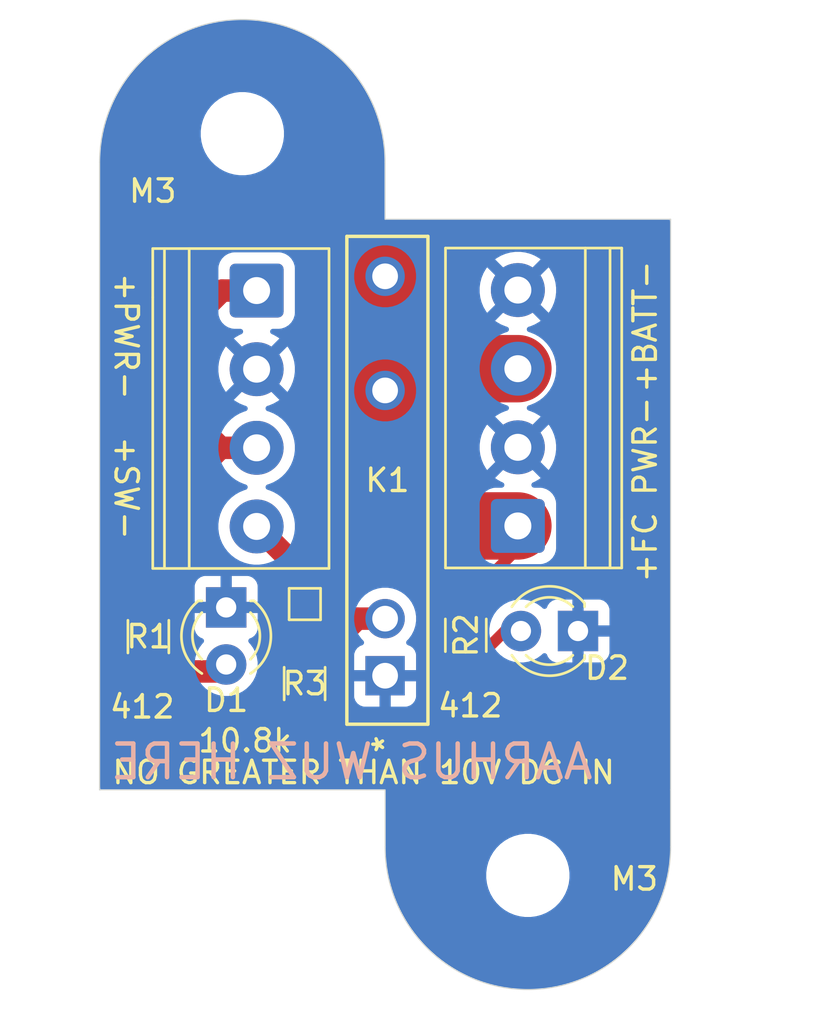
<source format=kicad_pcb>
(kicad_pcb (version 20241229) (generator "pcbnew") (generator_version "9.0")
  (layers (0 "F.Cu" signal) (2 "B.Cu" power) (13 "F.Paste" user) (15 "B.Paste" user) (5 "F.SilkS" user "F.Silkscreen") (7 "B.SilkS" user "B.Silkscreen") (1 "F.Mask" user) (3 "B.Mask" user) (25 "Edge.Cuts" user))
  (net 0 "")
  (net 1 "GND")
  (net 2 "Net-(D1-A)")
  (net 3 "Net-(D2-A)")
  (net 4 "FC_PWR_OUT")
  (net 5 "PWR_IN")
  (net 6 "SW_IN")
  (net 7 "Net-(K1-Pad2)")
  (net 8 "FC_PWR_IN")
  (footprint "CPC1705Y:CPC1705Y_IXY" (layer "F.Cu") (at 38.1 45.72 90)
    (property "Reference" "K1" (at 8.6995 0.1016 0) (layer "F.SilkS"))
    (property "Value" "CPC1705Y")
    (fp_line (start 19.558 -1.7018) (end -2.159 -1.7018) (stroke (width 0.1524)) (layer "F.SilkS"))
    (fp_line (start -2.159 -1.7018) (end -2.159 1.905) (stroke (width 0.1524)) (layer "F.SilkS"))
    (fp_line (start 19.558 1.905) (end 19.558 -1.7018) (stroke (width 0.1524)) (layer "F.SilkS"))
    (fp_line (start -2.159 1.905) (end 19.558 1.905) (stroke (width 0.1524)) (layer "F.SilkS"))
    (fp_text user "*" (at -3.048 0 90) (layer "F.SilkS"))
    (fp_text user "*" (at -3.048 0 90) (layer "F.SilkS"))
    (pad "1" thru_hole rect (at 0 0 90) (size 1.7526 1.7526) (drill 1.143) (layers "*.Cu" "*.Mask") (net 1 "GND"))
    (pad "2" thru_hole circle (at 2.54 0 90) (size 1.7526 1.7526) (drill 1.143) (layers "*.Cu" "*.Mask") (net 7 "Net-(K1-Pad2)"))
    (pad "3" thru_hole circle (at 12.7 0 90) (size 1.7526 1.7526) (drill 1.143) (layers "*.Cu" "*.Mask") (net 4 "FC_PWR_OUT"))
    (pad "4" thru_hole circle (at 17.78 0 90) (size 1.7526 1.7526) (drill 1.143) (layers "*.Cu" "*.Mask") (net 8 "FC_PWR_IN"))
  )
  (footprint "LED_THT:LED_D3.0mm" (layer "F.Cu") (at 46.68 43.73 180)
    (property "Reference" "D2" (at -1.29 -1.65 180) (layer "F.SilkS"))
    (property "Value" "LED")
    (fp_line (start -0.29 1.08) (end -0.29 1.236) (stroke (width 0.12)) (layer "F.SilkS"))
    (fp_line (start -0.29 -1.236) (end -0.29 -1.08) (stroke (width 0.12)) (layer "F.SilkS"))
    (fp_arc (start 2.941437 1.08) (mid 1.36566 1.987699) (end -0.29 1.235516) (stroke (width 0.12)) (layer "F.SilkS"))
    (fp_arc (start 2.310961 1.08) (mid 1.27 1.5) (end 0.229039 1.08) (stroke (width 0.12)) (layer "F.SilkS"))
    (fp_arc (start 0.229039 -1.08) (mid 1.27 -1.5) (end 2.310961 -1.08) (stroke (width 0.12)) (layer "F.SilkS"))
    (fp_arc (start -0.29 -1.235516) (mid 1.36566 -1.987699) (end 2.941437 -1.08) (stroke (width 0.12)) (layer "F.SilkS"))
    (pad "1" thru_hole rect (at 0 0 180) (size 1.8 1.8) (drill 0.9) (layers "*.Cu" "*.Mask") (net 1 "GND"))
    (pad "2" thru_hole circle (at 2.54 0 180) (size 1.8 1.8) (drill 0.9) (layers "*.Cu" "*.Mask") (net 3 "Net-(D2-A)"))
  )
  (footprint "TerminalBlock_Phoenix:TerminalBlock_Phoenix_PT-1,5-4-3.5-H_1x04_P3.50mm_Horizontal" (layer "F.Cu") (at 44.0055 39.0525 90)
    (property "Reference" "J2" (hide yes))
    (property "Value" "PWR_OUT")
    (fp_line (start 12.37 -3.22) (end 12.37 4.62) (stroke (width 0.12)) (layer "F.SilkS"))
    (fp_line (start -1.87 -3.22) (end 12.37 -3.22) (stroke (width 0.12)) (layer "F.SilkS"))
    (fp_line (start -1.87 3) (end 12.37 3) (stroke (width 0.12)) (layer "F.SilkS"))
    (fp_line (start -1.87 4.1) (end 12.37 4.1) (stroke (width 0.12)) (layer "F.SilkS"))
    (fp_line (start 12.37 4.62) (end 0.3 4.62) (stroke (width 0.12)) (layer "F.SilkS"))
    (fp_line (start 0.3 4.62) (end -1.87 4.62) (stroke (width 0.12)) (layer "F.SilkS"))
    (fp_line (start -1.87 4.62) (end -1.87 -3.22) (stroke (width 0.12)) (layer "F.SilkS"))
    (pad "1" thru_hole roundrect (at 0 0 90) (size 2.4 2.4) (drill 1.2) (layers "*.Cu" "*.Mask") (roundrect_rratio 0.104167) (net 4 "FC_PWR_OUT"))
    (pad "2" thru_hole circle (at 3.5 0 90) (size 2.4 2.4) (drill 1.2) (layers "*.Cu" "*.Mask") (net 1 "GND"))
    (pad "3" thru_hole circle (at 7 0 90) (size 2.4 2.4) (drill 1.2) (layers "*.Cu" "*.Mask") (net 8 "FC_PWR_IN"))
    (pad "4" thru_hole circle (at 10.5 0 90) (size 2.4 2.4) (drill 1.2) (layers "*.Cu" "*.Mask") (net 1 "GND"))
  )
  (footprint "Resistor_SMD:R_1206_3216Metric_Pad1.30x1.75mm_HandSolder" (layer "F.Cu") (at 41.69 43.92 -90)
    (property "Reference" "R2" (at 0 -0.01 90) (layer "F.SilkS"))
    (property "Value" "R")
    (fp_line (start -0.727064 0.91) (end 0.727064 0.91) (stroke (width 0.12)) (layer "F.SilkS"))
    (fp_line (start -0.727064 -0.91) (end 0.727064 -0.91) (stroke (width 0.12)) (layer "F.SilkS"))
    (pad "1" smd roundrect (at -1.55 0 270) (size 1.3 1.75) (layers "F.Cu" "F.Mask" "F.Paste") (roundrect_rratio 0.192308) (net 4 "FC_PWR_OUT"))
    (pad "2" smd roundrect (at 1.55 0 270) (size 1.3 1.75) (layers "F.Cu" "F.Mask" "F.Paste") (roundrect_rratio 0.192308) (net 3 "Net-(D2-A)"))
  )
  (footprint "TestPoint:TestPoint_Pad_1.0x1.0mm" (layer "F.Cu") (at 34.53 42.53)
    (property "Reference" "TP1" (hide yes))
    (property "Value" "SW_IN_TP")
    (fp_line (start -0.7 -0.7) (end 0.7 -0.7) (stroke (width 0.12)) (layer "F.SilkS"))
    (fp_line (start -0.7 0.7) (end -0.7 -0.7) (stroke (width 0.12)) (layer "F.SilkS"))
    (fp_line (start 0.7 -0.7) (end 0.7 0.7) (stroke (width 0.12)) (layer "F.SilkS"))
    (fp_line (start 0.7 0.7) (end -0.7 0.7) (stroke (width 0.12)) (layer "F.SilkS"))
    (pad "1" smd rect (at 0 0) (size 1 1) (layers "F.Cu" "F.Mask") (net 6 "SW_IN"))
  )
  (footprint "TerminalBlock_Phoenix:TerminalBlock_Phoenix_PT-1,5-4-3.5-H_1x04_P3.50mm_Horizontal" (layer "F.Cu") (at 32.385 28.575 -90)
    (property "Reference" "J1" (hide yes))
    (property "Value" "PWR_IN")
    (fp_line (start -1.87 4.62) (end -1.87 -3.22) (stroke (width 0.12)) (layer "F.SilkS"))
    (fp_line (start 0.3 4.62) (end -1.87 4.62) (stroke (width 0.12)) (layer "F.SilkS"))
    (fp_line (start 12.37 4.62) (end 0.3 4.62) (stroke (width 0.12)) (layer "F.SilkS"))
    (fp_line (start -1.87 4.1) (end 12.37 4.1) (stroke (width 0.12)) (layer "F.SilkS"))
    (fp_line (start -1.87 3) (end 12.37 3) (stroke (width 0.12)) (layer "F.SilkS"))
    (fp_line (start -1.87 -3.22) (end 12.37 -3.22) (stroke (width 0.12)) (layer "F.SilkS"))
    (fp_line (start 12.37 -3.22) (end 12.37 4.62) (stroke (width 0.12)) (layer "F.SilkS"))
    (pad "1" thru_hole roundrect (at 0 0 270) (size 2.4 2.4) (drill 1.2) (layers "*.Cu" "*.Mask") (roundrect_rratio 0.104167) (net 5 "PWR_IN"))
    (pad "2" thru_hole circle (at 3.5 0 270) (size 2.4 2.4) (drill 1.2) (layers "*.Cu" "*.Mask") (net 1 "GND"))
    (pad "3" thru_hole circle (at 7 0 270) (size 2.4 2.4) (drill 1.2) (layers "*.Cu" "*.Mask") (net 5 "PWR_IN"))
    (pad "4" thru_hole circle (at 10.5 0 270) (size 2.4 2.4) (drill 1.2) (layers "*.Cu" "*.Mask") (net 6 "SW_IN"))
  )
  (footprint "LED_THT:LED_D3.0mm" (layer "F.Cu") (at 31.03 42.68 -90)
    (property "Reference" "D1" (at 4.13 0 180) (layer "F.SilkS"))
    (property "Value" "LED")
    (fp_line (start -0.29 1.08) (end -0.29 1.236) (stroke (width 0.12)) (layer "F.SilkS"))
    (fp_line (start -0.29 -1.236) (end -0.29 -1.08) (stroke (width 0.12)) (layer "F.SilkS"))
    (fp_arc (start 2.310961 1.08) (mid 1.27 1.5) (end 0.229039 1.08) (stroke (width 0.12)) (layer "F.SilkS"))
    (fp_arc (start 2.941437 1.08) (mid 1.36566 1.987699) (end -0.29 1.235516) (stroke (width 0.12)) (layer "F.SilkS"))
    (fp_arc (start 0.229039 -1.08) (mid 1.27 -1.5) (end 2.310961 -1.08) (stroke (width 0.12)) (layer "F.SilkS"))
    (fp_arc (start -0.29 -1.235516) (mid 1.36566 -1.987699) (end 2.941437 -1.08) (stroke (width 0.12)) (layer "F.SilkS"))
    (pad "1" thru_hole rect (at 0 0 270) (size 1.8 1.8) (drill 0.9) (layers "*.Cu" "*.Mask") (net 1 "GND"))
    (pad "2" thru_hole circle (at 2.54 0 270) (size 1.8 1.8) (drill 0.9) (layers "*.Cu" "*.Mask") (net 2 "Net-(D1-A)"))
  )
  (footprint "MountingHole:MountingHole_3.2mm_M3" (layer "F.Cu") (at 44.45 54.61)
    (property "Reference" "H2" (hide yes))
    (property "Value" "MountingHole")
    (pad "" np_thru_hole circle (at 0 0) (size 3.2 3.2) (drill 3.2) (layers "*.Cu" "*.Mask"))
  )
  (footprint "Resistor_SMD:R_1206_3216Metric_Pad1.30x1.75mm_HandSolder" (layer "F.Cu") (at 27.57 43.98 -90)
    (property "Reference" "R1" (at 0 0 180) (layer "F.SilkS"))
    (property "Value" "R")
    (fp_line (start -0.727064 0.91) (end 0.727064 0.91) (stroke (width 0.12)) (layer "F.SilkS"))
    (fp_line (start -0.727064 -0.91) (end 0.727064 -0.91) (stroke (width 0.12)) (layer "F.SilkS"))
    (pad "1" smd roundrect (at -1.55 0 270) (size 1.3 1.75) (layers "F.Cu" "F.Mask" "F.Paste") (roundrect_rratio 0.192308) (net 5 "PWR_IN"))
    (pad "2" smd roundrect (at 1.55 0 270) (size 1.3 1.75) (layers "F.Cu" "F.Mask" "F.Paste") (roundrect_rratio 0.192308) (net 2 "Net-(D1-A)"))
  )
  (footprint "Resistor_SMD:R_1206_3216Metric_Pad1.30x1.75mm_HandSolder" (layer "F.Cu") (at 34.52 46.07 -90)
    (property "Reference" "R3" (at 0 0 0) (layer "F.SilkS"))
    (property "Value" "R")
    (fp_line (start -0.727064 0.91) (end 0.727064 0.91) (stroke (width 0.12)) (layer "F.SilkS"))
    (fp_line (start -0.727064 -0.91) (end 0.727064 -0.91) (stroke (width 0.12)) (layer "F.SilkS"))
    (pad "1" smd roundrect (at -1.55 0 270) (size 1.3 1.75) (layers "F.Cu" "F.Mask" "F.Paste") (roundrect_rratio 0.192308) (net 6 "SW_IN"))
    (pad "2" smd roundrect (at 1.55 0 270) (size 1.3 1.75) (layers "F.Cu" "F.Mask" "F.Paste") (roundrect_rratio 0.192308) (net 7 "Net-(K1-Pad2)"))
  )
  (footprint "MountingHole:MountingHole_3.2mm_M3" (layer "F.Cu") (at 31.75 21.59)
    (property "Reference" "H1" (hide yes))
    (property "Value" "MountingHole")
    (pad "" np_thru_hole circle (at 0 0) (size 3.2 3.2) (drill 3.2) (layers "*.Cu" "*.Mask"))
  )
  (gr_line (start 50.8 25.4) (end 50.8 50.8) (stroke (width 0.05)) (layer "Edge.Cuts"))
  (gr_line (start 38.1 50.8) (end 38.1 53.34) (stroke (width 0.05)) (layer "Edge.Cuts"))
  (gr_line (start 38.1 25.4) (end 38.1 22.86) (stroke (width 0.05)) (layer "Edge.Cuts"))
  (gr_arc (start 25.4 22.86) (mid 31.75 16.51) (end 38.1 22.86) (stroke (width 0.05)) (layer "Edge.Cuts"))
  (gr_line (start 50.8 50.8) (end 50.8 53.34) (stroke (width 0.05)) (layer "Edge.Cuts"))
  (gr_line (start 38.1 25.4) (end 50.8 25.4) (stroke (width 0.05)) (layer "Edge.Cuts"))
  (gr_line (start 25.4 50.8) (end 38.1 50.8) (stroke (width 0.05)) (layer "Edge.Cuts"))
  (gr_line (start 25.4 22.86) (end 25.4 50.8) (stroke (width 0.05)) (layer "Edge.Cuts"))
  (gr_arc (start 50.8 53.34) (mid 44.45 59.69) (end 38.1 53.34) (stroke (width 0.05)) (layer "Edge.Cuts"))
  (gr_text "+PWR-" (at 26 27.7 270) (layer "F.SilkS") (effects (font (size 1 1)) (justify left bottom)))
  (gr_text "+SW-" (at 26 34.98 270) (layer "F.SilkS") (effects (font (size 1 1)) (justify left bottom)))
  (gr_text "M3" (at 26.62 24.73 0) (layer "F.SilkS") (effects (font (size 1 1)) (justify left bottom)))
  (gr_text "412" (at 40.36 47.64 0) (layer "F.SilkS") (effects (font (size 1 1)) (justify left bottom)))
  (gr_text "+BATT-" (at 50.25 33.21 90) (layer "F.SilkS") (effects (font (size 1 1)) (justify left bottom)))
  (gr_text "+FC PWR-" (at 50.25 41.65 90) (layer "F.SilkS") (effects (font (size 1 1)) (justify left bottom)))
  (gr_text "10.8k" (at 29.7 49.2 0) (layer "F.SilkS") (effects (font (size 1 1)) (justify left bottom)))
  (gr_text "412\n" (at 25.77 47.69 0) (layer "F.SilkS") (effects (font (size 1 1)) (justify left bottom)))
  (gr_text "M3" (at 48.04 55.35 0) (layer "F.SilkS") (effects (font (size 1 1)) (justify left bottom)))
  (gr_text "NO GREATER THAN 10V DC IN" (at 25.88 50.61 0) (layer "F.SilkS") (effects (font (size 1 1)) (justify left bottom)))
  (gr_text "AARHUS WUZ HERE" (at 47.46 50.43 0) (layer "B.SilkS") (effects (font (size 1.5 1.5) (thickness 0.2)) (justify left bottom mirror)))
  (segment (start 30.72 45.53) (end 31.03 45.22) (width 1) (layer "F.Cu") (net 2))
  (segment (start 27.57 45.53) (end 30.72 45.53) (width 1) (layer "F.Cu") (net 2))
  (segment (start 43.43 43.73) (end 44.14 43.73) (width 0.5) (layer "F.Cu") (net 3))
  (segment (start 41.69 45.47) (end 43.43 43.73) (width 0.5) (layer "F.Cu") (net 3))
  (segment (start 44.0055 40.0545) (end 44.0055 39.0525) (width 0.5) (layer "F.Cu") (net 4))
  (segment (start 41.69 42.37) (end 44.0055 40.0545) (width 0.5) (layer "F.Cu") (net 4))
  (segment (start 38.1 36.31) (end 40.8425 39.0525) (width 3) (layer "F.Cu") (net 4))
  (segment (start 38.1 33.02) (end 38.1 36.31) (width 3) (layer "F.Cu") (net 4))
  (segment (start 40.8425 39.0525) (end 44.0055 39.0525) (width 3) (layer "F.Cu") (net 4))
  (segment (start 30.785 35.575) (end 32.385 35.575) (width 1) (layer "F.Cu") (net 5))
  (segment (start 30.845 28.575) (end 29.53 29.89) (width 1) (layer "F.Cu") (net 5))
  (segment (start 27.57 38.79) (end 27.57 42.43) (width 1) (layer "F.Cu") (net 5))
  (segment (start 30.785 35.575) (end 27.57 38.79) (width 1) (layer "F.Cu") (net 5))
  (segment (start 29.53 34.32) (end 30.785 35.575) (width 1) (layer "F.Cu") (net 5))
  (segment (start 32.385 28.575) (end 30.845 28.575) (width 1) (layer "F.Cu") (net 5))
  (segment (start 29.53 29.89) (end 29.53 34.32) (width 1) (layer "F.Cu") (net 5))
  (segment (start 32.385 39.075) (end 34.52 41.21) (width 1) (layer "F.Cu") (net 6))
  (segment (start 34.52 41.21) (end 34.52 44.52) (width 1) (layer "F.Cu") (net 6))
  (segment (start 35.62 47.62) (end 36.19 47.05) (width 1) (layer "F.Cu") (net 7))
  (segment (start 34.52 47.62) (end 35.62 47.62) (width 1) (layer "F.Cu") (net 7))
  (segment (start 36.19 43.850725) (end 36.860725 43.18) (width 1) (layer "F.Cu") (net 7))
  (segment (start 36.860725 43.18) (end 38.1 43.18) (width 1) (layer "F.Cu") (net 7))
  (segment (start 36.19 47.05) (end 36.19 43.850725) (width 1) (layer "F.Cu") (net 7))
  (segment (start 42.2125 32.0525) (end 44.0055 32.0525) (width 3) (layer "F.Cu") (net 8))
  (segment (start 38.1 27.94) (end 42.2125 32.0525) (width 3) (layer "F.Cu") (net 8))
  (zone (net 1) (net_name "GND") (layer "B.Cu") (connect_pads (clearance 0.5)) (min_thickness 0.25) (fill yes (thermal_gap 0.5) (thermal_bridge_width 0.5))
    (polygon (pts (xy 22.05 15.77) (xy 57.46 15.64) (xy 56.82 61.19) (xy 20.97 60.53)))
  )
)
</source>
